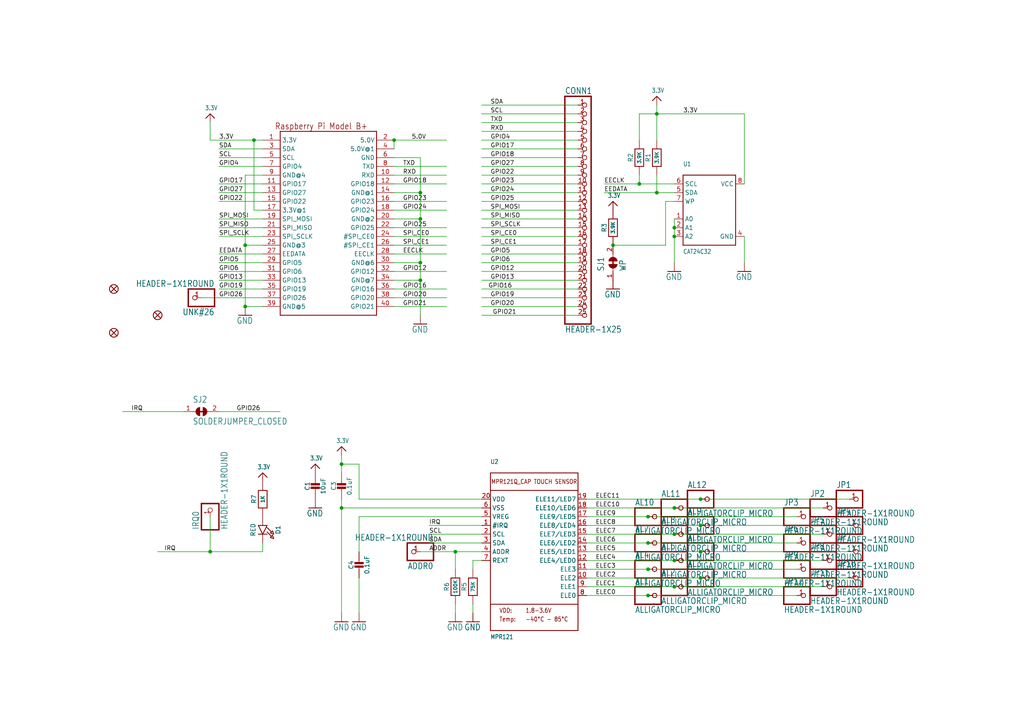
<source format=kicad_sch>
(kicad_sch (version 20211123) (generator eeschema)
  (paper "A4")
  (lib_symbols
    (symbol "schematicEagle-eagle-import:3.3V" (power)
      (property "Value" "3.3V" (at -1.524 1.016 0))
      (symbol "3.3V_1_0"
        (polyline (pts (xy -1.27 -1.27) (xy 0 0)) (stroke (width 0.254)))
        (polyline (pts (xy 0 0) (xy 1.27 -1.27)) (stroke (width 0.254)))
        (pin power_in line (at 0 -2.54 90) (length 2.54) (name "3.3V") (number "1"))
      )
    )
    (symbol "schematicEagle-eagle-import:ALLIGATORCLIP_MICRO"
      (property "Reference" "AL" (at -6.35 3.175 0))
      (property "Value" "ALLIGATORCLIP_MICRO" (at -6.35 -5.08 0))
      (symbol "ALLIGATORCLIP_MICRO_1_0"
        (polyline (pts (xy -6.35 -2.54) (xy 1.27 -2.54)) (stroke (width 0.4064)))
        (polyline (pts (xy -6.35 2.54) (xy -6.35 -2.54)) (stroke (width 0.4064)))
        (polyline (pts (xy 1.27 -2.54) (xy 1.27 2.54)) (stroke (width 0.4064)))
        (polyline (pts (xy 1.27 2.54) (xy -6.35 2.54)) (stroke (width 0.4064)))
        (pin passive inverted (at -2.54 0 0) (length 2.54) (name "1") (number "P$1"))
        (pin passive inverted (at -2.54 0 0) (length 2.54) (name "1") (number "P$2"))
      )
    )
    (symbol "schematicEagle-eagle-import:CAP_CERAMIC0805-NOOUTLINE"
      (property "Reference" "C" (at -2.29 1.25 90))
      (property "Value" "CAP_CERAMIC0805-NOOUTLINE" (at 2.3 1.25 90))
      (symbol "CAP_CERAMIC0805-NOOUTLINE_1_0"
        (rectangle (start -1.27 0.508) (end 1.27 1.016) (fill (type outline)))
        (rectangle (start -1.27 1.524) (end 1.27 2.032) (fill (type outline)))
        (polyline (pts (xy 0 0.762) (xy 0 0)) (stroke (width 0.1524)))
        (polyline (pts (xy 0 2.54) (xy 0 1.778)) (stroke (width 0.1524)))
        (pin passive line (at 0 5.08 270) (length 2.54) (name "1") (number "1"))
        (pin passive line (at 0 -2.54 90) (length 2.54) (name "2") (number "2"))
      )
    )
    (symbol "schematicEagle-eagle-import:EEPROM_I2C_SOIC8_GENERIC"
      (property "Reference" "U" (at -7.62 12.7 0))
      (property "Value" "EEPROM_I2C_SOIC8_GENERIC" (at -7.62 -12.7 0))
      (symbol "EEPROM_I2C_SOIC8_GENERIC_1_0"
        (polyline (pts (xy -7.62 -10.16) (xy -7.62 10.16)) (stroke (width 0.254)))
        (polyline (pts (xy -7.62 10.16) (xy 7.62 10.16)) (stroke (width 0.254)))
        (polyline (pts (xy 7.62 -10.16) (xy -7.62 -10.16)) (stroke (width 0.254)))
        (polyline (pts (xy 7.62 10.16) (xy 7.62 -10.16)) (stroke (width 0.254)))
        (pin input line (at -10.16 -2.54 0) (length 2.54) (name "A0") (number "1"))
        (pin input line (at -10.16 -5.08 0) (length 2.54) (name "A1") (number "2"))
        (pin input line (at -10.16 -7.62 0) (length 2.54) (name "A2") (number "3"))
        (pin power_in line (at 10.16 -7.62 180) (length 2.54) (name "GND") (number "4"))
        (pin bidirectional line (at -10.16 5.08 0) (length 2.54) (name "SDA") (number "5"))
        (pin input line (at -10.16 7.62 0) (length 2.54) (name "SCL") (number "6"))
        (pin input line (at -10.16 2.54 0) (length 2.54) (name "WP") (number "7"))
        (pin power_in line (at 10.16 7.62 180) (length 2.54) (name "VCC") (number "8"))
      )
    )
    (symbol "schematicEagle-eagle-import:FIDUCIAL{dblquote}{dblquote}"
      (symbol "FIDUCIAL{dblquote}{dblquote}_1_0"
        (polyline (pts (xy -0.762 0.762) (xy 0.762 -0.762)) (stroke (width 0.254)))
        (polyline (pts (xy 0.762 0.762) (xy -0.762 -0.762)) (stroke (width 0.254)))
        (circle (center 0 0) (radius 1.27) (stroke (width 0.254)))
      )
    )
    (symbol "schematicEagle-eagle-import:GND" (power)
      (property "Value" "GND" (at -2.54 -2.54 0))
      (symbol "GND_1_0"
        (polyline (pts (xy -1.905 0) (xy 1.905 0)) (stroke (width 0.254)))
        (pin power_in line (at 0 2.54 270) (length 2.54) (name "GND") (number "1"))
      )
    )
    (symbol "schematicEagle-eagle-import:HEADER-1X1ROUND"
      (property "Reference" "JP" (at -6.35 3.175 0))
      (property "Value" "HEADER-1X1ROUND" (at -6.35 -5.08 0))
      (symbol "HEADER-1X1ROUND_1_0"
        (polyline (pts (xy -6.35 -2.54) (xy 1.27 -2.54)) (stroke (width 0.4064)))
        (polyline (pts (xy -6.35 2.54) (xy -6.35 -2.54)) (stroke (width 0.4064)))
        (polyline (pts (xy 1.27 -2.54) (xy 1.27 2.54)) (stroke (width 0.4064)))
        (polyline (pts (xy 1.27 2.54) (xy -6.35 2.54)) (stroke (width 0.4064)))
        (pin passive inverted (at -2.54 0 0) (length 2.54) (name "1") (number "1"))
      )
    )
    (symbol "schematicEagle-eagle-import:HEADER-1X25"
      (property "Reference" "CONN" (at -3.81 33.655 0))
      (property "Value" "HEADER-1X25" (at -3.81 -35.56 0))
      (symbol "HEADER-1X25_1_0"
        (polyline (pts (xy -3.81 -33.02) (xy 3.81 -33.02)) (stroke (width 0.4064)))
        (polyline (pts (xy -3.81 33.02) (xy -3.81 -33.02)) (stroke (width 0.4064)))
        (polyline (pts (xy 3.81 -33.02) (xy 3.81 33.02)) (stroke (width 0.4064)))
        (polyline (pts (xy 3.81 33.02) (xy -3.81 33.02)) (stroke (width 0.4064)))
        (pin passive inverted (at 0 30.48 0) (length 2.54) (name "1") (number "1"))
        (pin passive inverted (at 0 7.62 0) (length 2.54) (name "10") (number "10"))
        (pin passive inverted (at 0 5.08 0) (length 2.54) (name "11") (number "11"))
        (pin passive inverted (at 0 2.54 0) (length 2.54) (name "12") (number "12"))
        (pin passive inverted (at 0 0 0) (length 2.54) (name "13") (number "13"))
        (pin passive inverted (at 0 -2.54 0) (length 2.54) (name "14") (number "14"))
        (pin passive inverted (at 0 -5.08 0) (length 2.54) (name "15") (number "15"))
        (pin passive inverted (at 0 -7.62 0) (length 2.54) (name "16") (number "16"))
        (pin passive inverted (at 0 -10.16 0) (length 2.54) (name "17") (number "17"))
        (pin passive inverted (at 0 -12.7 0) (length 2.54) (name "18") (number "18"))
        (pin passive inverted (at 0 -15.24 0) (length 2.54) (name "19") (number "19"))
        (pin passive inverted (at 0 27.94 0) (length 2.54) (name "2") (number "2"))
        (pin passive inverted (at 0 -17.78 0) (length 2.54) (name "20") (number "20"))
        (pin passive inverted (at 0 -20.32 0) (length 2.54) (name "21") (number "21"))
        (pin passive inverted (at 0 -22.86 0) (length 2.54) (name "22") (number "22"))
        (pin passive inverted (at 0 -25.4 0) (length 2.54) (name "23") (number "23"))
        (pin passive inverted (at 0 -27.94 0) (length 2.54) (name "24") (number "24"))
        (pin passive inverted (at 0 -30.48 0) (length 2.54) (name "25") (number "25"))
        (pin passive inverted (at 0 25.4 0) (length 2.54) (name "3") (number "3"))
        (pin passive inverted (at 0 22.86 0) (length 2.54) (name "4") (number "4"))
        (pin passive inverted (at 0 20.32 0) (length 2.54) (name "5") (number "5"))
        (pin passive inverted (at 0 17.78 0) (length 2.54) (name "6") (number "6"))
        (pin passive inverted (at 0 15.24 0) (length 2.54) (name "7") (number "7"))
        (pin passive inverted (at 0 12.7 0) (length 2.54) (name "8") (number "8"))
        (pin passive inverted (at 0 10.16 0) (length 2.54) (name "9") (number "9"))
      )
    )
    (symbol "schematicEagle-eagle-import:LED0805_NOOUTLINE"
      (property "Reference" "D" (at -1.27 4.445 0))
      (property "Value" "LED0805_NOOUTLINE" (at -1.27 -2.794 0))
      (symbol "LED0805_NOOUTLINE_1_0"
        (polyline (pts (xy -2.54 -1.27) (xy 0 0)) (stroke (width 0.254)))
        (polyline (pts (xy -2.54 1.27) (xy -2.54 -1.27)) (stroke (width 0.254)))
        (polyline (pts (xy -1.905 1.27) (xy -0.635 2.54)) (stroke (width 0.254)))
        (polyline (pts (xy -0.9525 2.8575) (xy -0.3175 2.2225)) (stroke (width 0.254)))
        (polyline (pts (xy -0.635 1.27) (xy 0.635 2.54)) (stroke (width 0.254)))
        (polyline (pts (xy -0.3175 2.2225) (xy 0 3.175)) (stroke (width 0.254)))
        (polyline (pts (xy 0 0) (xy -2.54 1.27)) (stroke (width 0.254)))
        (polyline (pts (xy 0 0) (xy 0 -1.27)) (stroke (width 0.254)))
        (polyline (pts (xy 0 1.27) (xy 0 0)) (stroke (width 0.254)))
        (polyline (pts (xy 0 3.175) (xy -0.9525 2.8575)) (stroke (width 0.254)))
        (polyline (pts (xy 0.3175 2.8575) (xy 0.9525 2.2225)) (stroke (width 0.254)))
        (polyline (pts (xy 0.9525 2.2225) (xy 1.27 3.175)) (stroke (width 0.254)))
        (polyline (pts (xy 1.27 3.175) (xy 0.3175 2.8575)) (stroke (width 0.254)))
        (pin passive line (at -5.08 0 0) (length 2.54) (name "A") (number "A"))
        (pin passive line (at 2.54 0 180) (length 2.54) (name "C") (number "C"))
      )
    )
    (symbol "schematicEagle-eagle-import:MPR121Q"
      (property "Reference" "U" (at -12.7 22.86 0))
      (property "Value" "MPR121Q" (at -12.7 -27.94 0))
      (symbol "MPR121Q_1_0"
        (polyline (pts (xy -12.7 -25.4) (xy 12.7 -25.4)) (stroke (width 0.254)))
        (polyline (pts (xy -12.7 -17.78) (xy -12.7 -25.4)) (stroke (width 0.254)))
        (polyline (pts (xy -12.7 -17.78) (xy -12.7 15.24)) (stroke (width 0.254)))
        (polyline (pts (xy -12.7 15.24) (xy -12.7 20.32)) (stroke (width 0.254)))
        (polyline (pts (xy -12.7 15.24) (xy 12.7 15.24)) (stroke (width 0.254)))
        (polyline (pts (xy -12.7 20.32) (xy 12.7 20.32)) (stroke (width 0.254)))
        (polyline (pts (xy 12.7 -25.4) (xy 12.7 -17.78)) (stroke (width 0.254)))
        (polyline (pts (xy 12.7 -17.78) (xy -12.7 -17.78)) (stroke (width 0.254)))
        (polyline (pts (xy 12.7 15.24) (xy 12.7 -17.78)) (stroke (width 0.254)))
        (polyline (pts (xy 12.7 20.32) (xy 12.7 15.24)) (stroke (width 0.254)))
        (text "-40°C - 85°C" (at -2.54 -22.86 0) (effects (font (size 1.27 1.0795)) (justify left bottom)))
        (text "1.8-3.6V" (at -2.54 -20.32 0) (effects (font (size 1.27 1.0795)) (justify left bottom)))
        (text "MPR121Q_CAP TOUCH SENSOR" (at 0 17.78 0) (effects (font (size 1.27 1.0795))))
        (text "Temp:" (at -10.16 -22.86 0) (effects (font (size 1.27 1.0795)) (justify left bottom)))
        (text "VDD:" (at -10.16 -20.32 0) (effects (font (size 1.27 1.0795)) (justify left bottom)))
        (pin bidirectional line (at -15.24 5.08 0) (length 2.54) (name "#IRQ") (number "1"))
        (pin bidirectional line (at 15.24 -10.16 180) (length 2.54) (name "ELE2") (number "10"))
        (pin bidirectional line (at 15.24 -7.62 180) (length 2.54) (name "ELE3") (number "11"))
        (pin bidirectional line (at 15.24 -5.08 180) (length 2.54) (name "ELE4/LED0") (number "12"))
        (pin bidirectional line (at 15.24 -2.54 180) (length 2.54) (name "ELE5/LED1") (number "13"))
        (pin bidirectional line (at 15.24 0 180) (length 2.54) (name "ELE6/LED2") (number "14"))
        (pin bidirectional line (at 15.24 2.54 180) (length 2.54) (name "ELE7/LED3") (number "15"))
        (pin bidirectional line (at 15.24 5.08 180) (length 2.54) (name "ELE8/LED4") (number "16"))
        (pin bidirectional line (at 15.24 7.62 180) (length 2.54) (name "ELE9/LED5") (number "17"))
        (pin bidirectional line (at 15.24 10.16 180) (length 2.54) (name "ELE10/LED6") (number "18"))
        (pin bidirectional line (at 15.24 12.7 180) (length 2.54) (name "ELE11/LED7") (number "19"))
        (pin bidirectional line (at -15.24 2.54 0) (length 2.54) (name "SCL") (number "2"))
        (pin power_in line (at -15.24 12.7 0) (length 2.54) (name "VDD") (number "20"))
        (pin bidirectional line (at -15.24 0 0) (length 2.54) (name "SDA") (number "3"))
        (pin bidirectional line (at -15.24 -2.54 0) (length 2.54) (name "ADDR") (number "4"))
        (pin bidirectional line (at -15.24 7.62 0) (length 2.54) (name "VREG") (number "5"))
        (pin power_in line (at -15.24 10.16 0) (length 2.54) (name "VSS") (number "6"))
        (pin bidirectional line (at -15.24 -5.08 0) (length 2.54) (name "REXT") (number "7"))
        (pin bidirectional line (at 15.24 -15.24 180) (length 2.54) (name "ELE0") (number "8"))
        (pin bidirectional line (at 15.24 -12.7 180) (length 2.54) (name "ELE1") (number "9"))
      )
    )
    (symbol "schematicEagle-eagle-import:RASPBERRYPI_BPLUS_HATSLOTS"
      (symbol "RASPBERRYPI_BPLUS_HATSLOTS_1_0"
        (polyline (pts (xy -12.7 -30.48) (xy -12.7 22.86)) (stroke (width 0.254)))
        (polyline (pts (xy -12.7 22.86) (xy 15.24 22.86)) (stroke (width 0.254)))
        (polyline (pts (xy 15.24 -30.48) (xy -12.7 -30.48)) (stroke (width 0.254)))
        (polyline (pts (xy 15.24 22.86) (xy 15.24 -30.48)) (stroke (width 0.254)))
        (text "Raspberry Pi Model B+" (at 12.7 25.4 0) (effects (font (size 1.778 1.5113)) (justify right top)))
        (pin power_in line (at -17.78 20.32 0) (length 5.08) (name "3.3V") (number "1"))
        (pin bidirectional line (at 20.32 10.16 180) (length 5.08) (name "RXD") (number "10"))
        (pin bidirectional line (at -17.78 7.62 0) (length 5.08) (name "GPIO17") (number "11"))
        (pin bidirectional line (at 20.32 7.62 180) (length 5.08) (name "GPIO18") (number "12"))
        (pin bidirectional line (at -17.78 5.08 0) (length 5.08) (name "GPIO27") (number "13"))
        (pin power_in line (at 20.32 5.08 180) (length 5.08) (name "GND@1") (number "14"))
        (pin bidirectional line (at -17.78 2.54 0) (length 5.08) (name "GPIO22") (number "15"))
        (pin bidirectional line (at 20.32 2.54 180) (length 5.08) (name "GPIO23") (number "16"))
        (pin power_in line (at -17.78 0 0) (length 5.08) (name "3.3V@1") (number "17"))
        (pin bidirectional line (at 20.32 0 180) (length 5.08) (name "GPIO24") (number "18"))
        (pin bidirectional line (at -17.78 -2.54 0) (length 5.08) (name "SPI_MOSI") (number "19"))
        (pin power_in line (at 20.32 20.32 180) (length 5.08) (name "5.0V") (number "2"))
        (pin power_in line (at 20.32 -2.54 180) (length 5.08) (name "GND@2") (number "20"))
        (pin bidirectional line (at -17.78 -5.08 0) (length 5.08) (name "SPI_MISO") (number "21"))
        (pin bidirectional line (at 20.32 -5.08 180) (length 5.08) (name "GPIO25") (number "22"))
        (pin bidirectional line (at -17.78 -7.62 0) (length 5.08) (name "SPI_SCLK") (number "23"))
        (pin bidirectional line (at 20.32 -7.62 180) (length 5.08) (name "#SPI_CE0") (number "24"))
        (pin power_in line (at -17.78 -10.16 0) (length 5.08) (name "GND@3") (number "25"))
        (pin bidirectional line (at 20.32 -10.16 180) (length 5.08) (name "#SPI_CE1") (number "26"))
        (pin bidirectional line (at -17.78 -12.7 0) (length 5.08) (name "EEDATA") (number "27"))
        (pin power_in line (at 20.32 -12.7 180) (length 5.08) (name "EECLK") (number "28"))
        (pin bidirectional line (at -17.78 -15.24 0) (length 5.08) (name "GPIO5") (number "29"))
        (pin bidirectional line (at -17.78 17.78 0) (length 5.08) (name "SDA") (number "3"))
        (pin bidirectional line (at 20.32 -15.24 180) (length 5.08) (name "GND@6") (number "30"))
        (pin power_in line (at -17.78 -17.78 0) (length 5.08) (name "GPIO6") (number "31"))
        (pin bidirectional line (at 20.32 -17.78 180) (length 5.08) (name "GPIO12") (number "32"))
        (pin bidirectional line (at -17.78 -20.32 0) (length 5.08) (name "GPIO13") (number "33"))
        (pin bidirectional line (at 20.32 -20.32 180) (length 5.08) (name "GND@7") (number "34"))
        (pin bidirectional line (at -17.78 -22.86 0) (length 5.08) (name "GPIO19") (number "35"))
        (pin power_in line (at 20.32 -22.86 180) (length 5.08) (name "GPIO16") (number "36"))
        (pin bidirectional line (at -17.78 -25.4 0) (length 5.08) (name "GPIO26") (number "37"))
        (pin bidirectional line (at 20.32 -25.4 180) (length 5.08) (name "GPIO20") (number "38"))
        (pin power_in line (at -17.78 -27.94 0) (length 5.08) (name "GND@5") (number "39"))
        (pin power_in line (at 20.32 17.78 180) (length 5.08) (name "5.0V@1") (number "4"))
        (pin bidirectional line (at 20.32 -27.94 180) (length 5.08) (name "GPIO21") (number "40"))
        (pin bidirectional line (at -17.78 15.24 0) (length 5.08) (name "SCL") (number "5"))
        (pin power_in line (at 20.32 15.24 180) (length 5.08) (name "GND") (number "6"))
        (pin bidirectional line (at -17.78 12.7 0) (length 5.08) (name "GPIO4") (number "7"))
        (pin output line (at 20.32 12.7 180) (length 5.08) (name "TXD") (number "8"))
        (pin power_in line (at -17.78 10.16 0) (length 5.08) (name "GND@4") (number "9"))
      )
    )
    (symbol "schematicEagle-eagle-import:RESISTOR0805_NOOUTLINE"
      (property "Reference" "R" (at 0 2.54 0))
      (property "Value" "RESISTOR0805_NOOUTLINE" (at 0 0 0))
      (symbol "RESISTOR0805_NOOUTLINE_1_0"
        (polyline (pts (xy -2.54 -1.27) (xy -2.54 1.27)) (stroke (width 0.254)))
        (polyline (pts (xy -2.54 1.27) (xy 2.54 1.27)) (stroke (width 0.254)))
        (polyline (pts (xy 2.54 -1.27) (xy -2.54 -1.27)) (stroke (width 0.254)))
        (polyline (pts (xy 2.54 1.27) (xy 2.54 -1.27)) (stroke (width 0.254)))
        (pin passive line (at -5.08 0 0) (length 2.54) (name "1") (number "1"))
        (pin passive line (at 5.08 0 180) (length 2.54) (name "2") (number "2"))
      )
    )
    (symbol "schematicEagle-eagle-import:SOLDERJUMPER_CLOSED"
      (property "Reference" "SJ" (at -2.54 2.54 0))
      (property "Value" "SOLDERJUMPER_CLOSED" (at -2.54 -3.81 0))
      (symbol "SOLDERJUMPER_CLOSED_1_0"
        (arc (start -0.381 1.2699) (mid -1.6508 0) (end -0.381 -1.2699) (stroke (width 0.0001)) (fill (type outline)))
        (polyline (pts (xy -2.54 0) (xy -1.651 0)) (stroke (width 0.1524)))
        (polyline (pts (xy -0.635 0) (xy 0.635 0)) (stroke (width 0.4064)))
        (polyline (pts (xy 2.54 0) (xy 1.651 0)) (stroke (width 0.1524)))
        (arc (start 0.381 -1.2699) (mid 1.6508 0) (end 0.381 1.2699) (stroke (width 0.0001)) (fill (type outline)))
        (pin passive line (at -5.08 0 0) (length 2.54) (name "1") (number "1"))
        (pin passive line (at 5.08 0 180) (length 2.54) (name "2") (number "2"))
      )
    )
  )
  (junction (at 185.42 53.34))
  (junction (at 177.8 71.12))
  (junction (at 203.2 152.4))
  (junction (at 195.58 170.18))
  (junction (at 203.2 160.02))
  (junction (at 195.58 162.56))
  (junction (at 60.96 160.02))
  (junction (at 195.58 147.32))
  (junction (at 190.5 55.88))
  (junction (at 121.92 55.88))
  (junction (at 203.2 144.78))
  (junction (at 190.5 33.02))
  (junction (at 99.06 147.32))
  (junction (at 71.12 88.9))
  (junction (at 132.08 160.02))
  (junction (at 121.92 63.5))
  (junction (at 187.96 172.72))
  (junction (at 121.92 76.2))
  (junction (at 187.96 165.1))
  (junction (at 203.2 167.64))
  (junction (at 187.96 157.48))
  (junction (at 187.96 149.86))
  (junction (at 114.3 40.64))
  (junction (at 195.58 154.94))
  (junction (at 195.58 68.58))
  (junction (at 121.92 81.28))
  (junction (at 71.12 71.12))
  (junction (at 195.58 66.04))
  (junction (at 99.06 134.62))
  (junction (at 73.66 40.64))
  (wire (pts (xy 238.76 147.32) (xy 195.58 147.32)))
  (wire (pts (xy 195.58 154.94) (xy 238.76 154.94)))
  (wire (pts (xy 139.7 33.02) (xy 167.64 33.02)))
  (wire (pts (xy 73.66 60.96) (xy 76.2 60.96)))
  (wire (pts (xy 104.14 134.62) (xy 99.06 134.62)))
  (wire (pts (xy 58.42 86.36) (xy 76.2 86.36)))
  (wire (pts (xy 139.7 162.56) (xy 137.16 162.56)))
  (wire (pts (xy 114.3 86.36) (xy 129.54 86.36)))
  (wire (pts (xy 73.66 60.96) (xy 73.66 40.64)))
  (wire (pts (xy 76.2 58.42) (xy 63.5 58.42)))
  (wire (pts (xy 167.64 88.9) (xy 139.7 88.9)))
  (wire (pts (xy 139.7 152.4) (xy 124.46 152.4)))
  (wire (pts (xy 139.7 157.48) (xy 124.46 157.48)))
  (wire (pts (xy 114.3 58.42) (xy 129.54 58.42)))
  (wire (pts (xy 170.18 144.78) (xy 203.2 144.78)))
  (wire (pts (xy 139.7 154.94) (xy 124.46 154.94)))
  (wire (pts (xy 167.64 68.58) (xy 139.7 68.58)))
  (wire (pts (xy 63.5 66.04) (xy 76.2 66.04)))
  (wire (pts (xy 71.12 50.8) (xy 76.2 50.8)))
  (wire (pts (xy 203.2 167.64) (xy 246.38 167.64)))
  (wire (pts (xy 139.7 160.02) (xy 132.08 160.02)))
  (wire (pts (xy 215.9 53.34) (xy 215.9 33.02)))
  (wire (pts (xy 139.7 144.78) (xy 104.14 144.78)))
  (wire (pts (xy 63.5 119.38) (xy 81.28 119.38)))
  (wire (pts (xy 114.3 53.34) (xy 129.54 53.34)))
  (wire (pts (xy 167.64 30.48) (xy 139.7 30.48)))
  (wire (pts (xy 167.64 63.5) (xy 139.7 63.5)))
  (wire (pts (xy 137.16 175.26) (xy 137.16 177.8)))
  (wire (pts (xy 121.92 81.28) (xy 121.92 91.44)))
  (wire (pts (xy 195.58 53.34) (xy 185.42 53.34)))
  (wire (pts (xy 190.5 50.8) (xy 190.5 55.88)))
  (wire (pts (xy 167.64 35.56) (xy 139.7 35.56)))
  (wire (pts (xy 114.3 73.66) (xy 129.54 73.66)))
  (wire (pts (xy 76.2 48.26) (xy 63.5 48.26)))
  (wire (pts (xy 132.08 175.26) (xy 132.08 177.8)))
  (wire (pts (xy 215.9 33.02) (xy 190.5 33.02)))
  (wire (pts (xy 73.66 40.64) (xy 60.96 40.64)))
  (wire (pts (xy 114.3 63.5) (xy 121.92 63.5)))
  (wire (pts (xy 114.3 43.18) (xy 114.3 40.64)))
  (wire (pts (xy 238.76 170.18) (xy 195.58 170.18)))
  (wire (pts (xy 195.58 63.5) (xy 195.58 66.04)))
  (wire (pts (xy 114.3 81.28) (xy 121.92 81.28)))
  (wire (pts (xy 195.58 68.58) (xy 195.58 76.2)))
  (wire (pts (xy 114.3 88.9) (xy 129.54 88.9)))
  (wire (pts (xy 71.12 71.12) (xy 76.2 71.12)))
  (wire (pts (xy 63.5 68.58) (xy 76.2 68.58)))
  (wire (pts (xy 114.3 83.82) (xy 129.54 83.82)))
  (wire (pts (xy 215.9 68.58) (xy 215.9 76.2)))
  (wire (pts (xy 177.8 71.12) (xy 193.04 71.12)))
  (wire (pts (xy 167.64 58.42) (xy 139.7 58.42)))
  (wire (pts (xy 121.92 55.88) (xy 121.92 63.5)))
  (wire (pts (xy 60.96 40.64) (xy 60.96 35.56)))
  (wire (pts (xy 167.64 78.74) (xy 139.7 78.74)))
  (wire (pts (xy 139.7 149.86) (xy 104.14 149.86)))
  (wire (pts (xy 170.18 170.18) (xy 195.58 170.18)))
  (wire (pts (xy 170.18 162.56) (xy 195.58 162.56)))
  (wire (pts (xy 139.7 55.88) (xy 167.64 55.88)))
  (wire (pts (xy 195.58 66.04) (xy 195.58 68.58)))
  (wire (pts (xy 170.18 157.48) (xy 187.96 157.48)))
  (wire (pts (xy 71.12 71.12) (xy 71.12 88.9)))
  (wire (pts (xy 246.38 152.4) (xy 203.2 152.4)))
  (wire (pts (xy 114.3 55.88) (xy 121.92 55.88)))
  (wire (pts (xy 167.64 73.66) (xy 139.7 73.66)))
  (wire (pts (xy 238.76 162.56) (xy 195.58 162.56)))
  (wire (pts (xy 167.64 53.34) (xy 139.7 53.34)))
  (wire (pts (xy 71.12 71.12) (xy 71.12 50.8)))
  (wire (pts (xy 132.08 160.02) (xy 132.08 165.1)))
  (wire (pts (xy 139.7 60.96) (xy 167.64 60.96)))
  (wire (pts (xy 114.3 78.74) (xy 129.54 78.74)))
  (wire (pts (xy 190.5 30.48) (xy 190.5 33.02)))
  (wire (pts (xy 203.2 160.02) (xy 246.38 160.02)))
  (wire (pts (xy 63.5 76.2) (xy 76.2 76.2)))
  (wire (pts (xy 121.92 76.2) (xy 121.92 81.28)))
  (wire (pts (xy 104.14 144.78) (xy 104.14 134.62)))
  (wire (pts (xy 139.7 45.72) (xy 167.64 45.72)))
  (wire (pts (xy 63.5 78.74) (xy 76.2 78.74)))
  (wire (pts (xy 139.7 43.18) (xy 167.64 43.18)))
  (wire (pts (xy 63.5 55.88) (xy 76.2 55.88)))
  (wire (pts (xy 76.2 40.64) (xy 73.66 40.64)))
  (wire (pts (xy 114.3 48.26) (xy 129.54 48.26)))
  (wire (pts (xy 99.06 137.16) (xy 99.06 134.62)))
  (wire (pts (xy 76.2 43.18) (xy 63.5 43.18)))
  (wire (pts (xy 114.3 40.64) (xy 129.54 40.64)))
  (wire (pts (xy 170.18 165.1) (xy 187.96 165.1)))
  (wire (pts (xy 99.06 147.32) (xy 99.06 177.8)))
  (wire (pts (xy 121.92 45.72) (xy 121.92 55.88)))
  (wire (pts (xy 76.2 160.02) (xy 60.96 160.02)))
  (wire (pts (xy 185.42 50.8) (xy 185.42 53.34)))
  (wire (pts (xy 114.3 66.04) (xy 129.54 66.04)))
  (wire (pts (xy 170.18 167.64) (xy 203.2 167.64)))
  (wire (pts (xy 104.14 167.64) (xy 104.14 177.8)))
  (wire (pts (xy 114.3 45.72) (xy 121.92 45.72)))
  (wire (pts (xy 60.96 160.02) (xy 45.72 160.02)))
  (wire (pts (xy 167.64 83.82) (xy 139.7 83.82)))
  (wire (pts (xy 187.96 149.86) (xy 231.14 149.86)))
  (wire (pts (xy 231.14 157.48) (xy 187.96 157.48)))
  (wire (pts (xy 114.3 76.2) (xy 121.92 76.2)))
  (wire (pts (xy 76.2 88.9) (xy 71.12 88.9)))
  (wire (pts (xy 139.7 81.28) (xy 167.64 81.28)))
  (wire (pts (xy 185.42 33.02) (xy 185.42 40.64)))
  (wire (pts (xy 76.2 53.34) (xy 63.5 53.34)))
  (wire (pts (xy 139.7 91.44) (xy 167.64 91.44)))
  (wire (pts (xy 76.2 160.02) (xy 76.2 157.48)))
  (wire (pts (xy 139.7 66.04) (xy 167.64 66.04)))
  (wire (pts (xy 60.96 149.86) (xy 60.96 160.02)))
  (wire (pts (xy 63.5 83.82) (xy 76.2 83.82)))
  (wire (pts (xy 170.18 154.94) (xy 195.58 154.94)))
  (wire (pts (xy 193.04 58.42) (xy 195.58 58.42)))
  (wire (pts (xy 76.2 73.66) (xy 63.5 73.66)))
  (wire (pts (xy 63.5 81.28) (xy 76.2 81.28)))
  (wire (pts (xy 99.06 134.62) (xy 99.06 132.08)))
  (wire (pts (xy 121.92 63.5) (xy 121.92 76.2)))
  (wire (pts (xy 175.26 55.88) (xy 190.5 55.88)))
  (wire (pts (xy 104.14 149.86) (xy 104.14 160.02)))
  (wire (pts (xy 190.5 33.02) (xy 185.42 33.02)))
  (wire (pts (xy 76.2 45.72) (xy 63.5 45.72)))
  (wire (pts (xy 170.18 149.86) (xy 187.96 149.86)))
  (wire (pts (xy 63.5 63.5) (xy 76.2 63.5)))
  (wire (pts (xy 170.18 172.72) (xy 187.96 172.72)))
  (wire (pts (xy 132.08 160.02) (xy 121.92 160.02)))
  (wire (pts (xy 170.18 147.32) (xy 195.58 147.32)))
  (wire (pts (xy 99.06 144.78) (xy 99.06 147.32)))
  (wire (pts (xy 114.3 71.12) (xy 129.54 71.12)))
  (wire (pts (xy 139.7 147.32) (xy 99.06 147.32)))
  (wire (pts (xy 187.96 172.72) (xy 231.14 172.72)))
  (wire (pts (xy 190.5 40.64) (xy 190.5 33.02)))
  (wire (pts (xy 53.34 119.38) (xy 35.56 119.38)))
  (wire (pts (xy 190.5 55.88) (xy 195.58 55.88)))
  (wire (pts (xy 167.64 40.64) (xy 139.7 40.64)))
  (wire (pts (xy 139.7 38.1) (xy 167.64 38.1)))
  (wire (pts (xy 193.04 71.12) (xy 193.04 58.42)))
  (wire (pts (xy 129.54 50.8) (xy 114.3 50.8)))
  (wire (pts (xy 137.16 162.56) (xy 137.16 165.1)))
  (wire (pts (xy 139.7 71.12) (xy 167.64 71.12)))
  (wire (pts (xy 139.7 86.36) (xy 167.64 86.36)))
  (wire (pts (xy 231.14 165.1) (xy 187.96 165.1)))
  (wire (pts (xy 170.18 152.4) (xy 203.2 152.4)))
  (wire (pts (xy 170.18 160.02) (xy 203.2 160.02)))
  (wire (pts (xy 167.64 48.26) (xy 139.7 48.26)))
  (wire (pts (xy 139.7 50.8) (xy 167.64 50.8)))
  (wire (pts (xy 114.3 68.58) (xy 129.54 68.58)))
  (wire (pts (xy 203.2 144.78) (xy 246.38 144.78)))
  (wire (pts (xy 114.3 60.96) (xy 129.54 60.96)))
  (wire (pts (xy 185.42 53.34) (xy 175.26 53.34)))
  (wire (pts (xy 139.7 76.2) (xy 167.64 76.2)))
  (label "GPIO23" (at 142.24 53.34 0) (effects (font (size 1.2446 1.2446))))
  (label "ELEC0" (at 172.72 172.72 0) (effects (font (size 1.2446 1.2446))))
  (label "GPIO25" (at 142.24 58.42 0) (effects (font (size 1.2446 1.2446))))
  (label "GPIO4" (at 142.24 40.64 0) (effects (font (size 1.2446 1.2446))))
  (label "SDA" (at 63.5 43.18 0) (effects (font (size 1.2446 1.2446))))
  (label "EECLK" (at 116.84 73.66 0) (effects (font (size 1.2446 1.2446))))
  (label "IRQ" (at 38.1 119.38 0) (effects (font (size 1.2446 1.2446))))
  (label "GPIO21" (at 142.875 91.44 0) (effects (font (size 1.2446 1.2446))))
  (label "SPI_MISO" (at 63.5 66.04 0) (effects (font (size 1.2446 1.2446))))
  (label "SDA" (at 124.46 157.48 0) (effects (font (size 1.2446 1.2446))))
  (label "GPIO22" (at 63.5 58.42 0) (effects (font (size 1.2446 1.2446))))
  (label "GPIO13" (at 63.5 81.28 0) (effects (font (size 1.2446 1.2446))))
  (label "RXD" (at 116.84 50.8 0) (effects (font (size 1.2446 1.2446))))
  (label "SPI_CE0" (at 142.24 68.58 0) (effects (font (size 1.2446 1.2446))))
  (label "GPIO24" (at 142.24 55.88 0) (effects (font (size 1.2446 1.2446))))
  (label "TXD" (at 142.24 35.56 0) (effects (font (size 1.2446 1.2446))))
  (label "GPIO18" (at 142.24 45.72 0) (effects (font (size 1.2446 1.2446))))
  (label "ELEC3" (at 172.72 165.1 0) (effects (font (size 1.2446 1.2446))))
  (label "ELEC1" (at 172.72 170.18 0) (effects (font (size 1.2446 1.2446))))
  (label "GPIO19" (at 142.24 86.36 0) (effects (font (size 1.2446 1.2446))))
  (label "GPIO17" (at 63.5 53.34 0) (effects (font (size 1.2446 1.2446))))
  (label "ELEC10" (at 172.72 147.32 0) (effects (font (size 1.2446 1.2446))))
  (label "GPIO16" (at 116.84 83.82 0) (effects (font (size 1.2446 1.2446))))
  (label "3.3V" (at 63.5 40.64 0) (effects (font (size 1.2446 1.2446))))
  (label "GPIO20" (at 116.84 86.36 0) (effects (font (size 1.2446 1.2446))))
  (label "GPIO12" (at 116.84 78.74 0) (effects (font (size 1.2446 1.2446))))
  (label "IRQ" (at 47.625 160.02 0) (effects (font (size 1.2446 1.2446))))
  (label "GPIO19" (at 63.5 83.82 0) (effects (font (size 1.2446 1.2446))))
  (label "ADDR" (at 124.46 160.02 0) (effects (font (size 1.2446 1.2446))))
  (label "GPIO17" (at 142.24 43.18 0) (effects (font (size 1.2446 1.2446))))
  (label "ELEC4" (at 172.72 162.56 0) (effects (font (size 1.2446 1.2446))))
  (label "SPI_CE0" (at 116.84 68.58 0) (effects (font (size 1.2446 1.2446))))
  (label "SCL" (at 142.24 33.02 0) (effects (font (size 1.2446 1.2446))))
  (label "ELEC11" (at 172.72 144.78 0) (effects (font (size 1.2446 1.2446))))
  (label "GPIO21" (at 116.84 88.9 0) (effects (font (size 1.2446 1.2446))))
  (label "GPIO4" (at 63.5 48.26 0) (effects (font (size 1.2446 1.2446))))
  (label "SPI_SCLK" (at 63.5 68.58 0) (effects (font (size 1.2446 1.2446))))
  (label "GPIO16" (at 141.605 83.82 0) (effects (font (size 1.2446 1.2446))))
  (label "SPI_MOSI" (at 142.24 60.96 0) (effects (font (size 1.2446 1.2446))))
  (label "ELEC8" (at 172.72 152.4 0) (effects (font (size 1.2446 1.2446))))
  (label "SCL" (at 124.46 154.94 0) (effects (font (size 1.2446 1.2446))))
  (label "GPIO12" (at 142.24 78.74 0) (effects (font (size 1.2446 1.2446))))
  (label "GPIO26" (at 63.5 86.36 0) (effects (font (size 1.2446 1.2446))))
  (label "SPI_SCLK" (at 142.24 66.04 0) (effects (font (size 1.2446 1.2446))))
  (label "SDA" (at 142.24 30.48 0) (effects (font (size 1.2446 1.2446))))
  (label "EEDATA" (at 63.5 73.66 0) (effects (font (size 1.2446 1.2446))))
  (label "GPIO6" (at 63.5 78.74 0) (effects (font (size 1.2446 1.2446))))
  (label "3.3V" (at 198.12 33.02 0) (effects (font (size 1.2446 1.2446))))
  (label "GPIO25" (at 116.84 66.04 0) (effects (font (size 1.2446 1.2446))))
  (label "ELEC5" (at 172.72 160.02 0) (effects (font (size 1.2446 1.2446))))
  (label "GPIO27" (at 63.5 55.88 0) (effects (font (size 1.2446 1.2446))))
  (label "SPI_MISO" (at 142.24 63.5 0) (effects (font (size 1.2446 1.2446))))
  (label "GPIO27" (at 142.24 48.26 0) (effects (font (size 1.2446 1.2446))))
  (label "GPIO23" (at 116.84 58.42 0) (effects (font (size 1.2446 1.2446))))
  (label "ELEC7" (at 172.72 154.94 0) (effects (font (size 1.2446 1.2446))))
  (label "ELEC6" (at 172.72 157.48 0) (effects (font (size 1.2446 1.2446))))
  (label "GPIO26" (at 68.58 119.38 0) (effects (font (size 1.2446 1.2446))))
  (label "ELEC9" (at 172.72 149.86 0) (effects (font (size 1.2446 1.2446))))
  (label "GPIO5" (at 142.24 73.66 0) (effects (font (size 1.2446 1.2446))))
  (label "SCL" (at 63.5 45.72 0) (effects (font (size 1.2446 1.2446))))
  (label "SPI_CE1" (at 116.84 71.12 0) (effects (font (size 1.2446 1.2446))))
  (label "GPIO18" (at 116.84 53.34 0) (effects (font (size 1.2446 1.2446))))
  (label "GPIO6" (at 142.24 76.2 0) (effects (font (size 1.2446 1.2446))))
  (label "GPIO5" (at 63.5 76.2 0) (effects (font (size 1.2446 1.2446))))
  (label "TXD" (at 116.84 48.26 0) (effects (font (size 1.2446 1.2446))))
  (label "RXD" (at 142.24 38.1 0) (effects (font (size 1.2446 1.2446))))
  (label "GPIO13" (at 142.24 81.28 0) (effects (font (size 1.2446 1.2446))))
  (label "GPIO22" (at 142.24 50.8 0) (effects (font (size 1.2446 1.2446))))
  (label "5.0V" (at 119.38 40.64 0) (effects (font (size 1.2446 1.2446))))
  (label "GPIO24" (at 116.84 60.96 0) (effects (font (size 1.2446 1.2446))))
  (label "IRQ" (at 124.46 152.4 0) (effects (font (size 1.2446 1.2446))))
  (label "SPI_CE1" (at 142.24 71.12 0) (effects (font (size 1.2446 1.2446))))
  (label "EECLK" (at 175.26 53.34 0) (effects (font (size 1.2446 1.2446))))
  (label "SPI_MOSI" (at 63.5 63.5 0) (effects (font (size 1.2446 1.2446))))
  (label "GPIO20" (at 142.24 88.9 0) (effects (font (size 1.2446 1.2446))))
  (label "ELEC2" (at 172.72 167.64 0) (effects (font (size 1.2446 1.2446))))
  (label "EEDATA" (at 175.26 55.88 0) (effects (font (size 1.2446 1.2446))))
  (symbol (lib_id "schematicEagle-eagle-import:RESISTOR0805_NOOUTLINE") (at 132.08 170.18 90) (unit 1)
    (property "Reference" "R6" (at 129.54 170.18 0))
    (property "Value" "100K" (at 132.08 170.18 0) (effects (font (size 1.016 1.016) bold)))
    (property "Footprint" "schematicEagle:0805-NO" (effects hide))
  )
  (symbol (lib_id "schematicEagle-eagle-import:3.3V") (at 60.96 33.02 0) (unit 1)
    (property "Reference" "#U$13" (effects hide))
    (property "Value" "3.3V" (at 59.436 32.004 0) (effects (font (size 1.27 1.0795)) (justify left bottom)))
    (property "Footprint" "schematicEagle:" (effects hide))
  )
  (symbol (lib_id "schematicEagle-eagle-import:ALLIGATORCLIP_MICRO") (at 205.74 160.02 0) (unit 1)
    (property "Reference" "AL6" (at 199.39 156.845 0) (effects (font (size 1.778 1.5113)) (justify left bottom)))
    (property "Value" "ALLIGATORCLIP_MICRO" (at 199.39 165.1 0) (effects (font (size 1.778 1.5113)) (justify left bottom)))
    (property "Footprint" "schematicEagle:ALLIGATORCLIP" (effects hide))
  )
  (symbol (lib_id "schematicEagle-eagle-import:RESISTOR0805_NOOUTLINE") (at 76.2 144.78 90) (unit 1)
    (property "Reference" "R7" (at 73.66 144.78 0))
    (property "Value" "1K" (at 76.2 144.78 0) (effects (font (size 1.016 1.016) bold)))
    (property "Footprint" "schematicEagle:0805-NO" (effects hide))
  )
  (symbol (lib_id "schematicEagle-eagle-import:HEADER-1X25") (at 167.64 60.96 0) (unit 1)
    (property "Reference" "CONN1" (at 163.83 27.305 0) (effects (font (size 1.778 1.5113)) (justify left bottom)))
    (property "Value" "HEADER-1X25" (at 163.83 96.52 0) (effects (font (size 1.778 1.5113)) (justify left bottom)))
    (property "Footprint" "schematicEagle:1X25_ROUND_70MIL" (effects hide))
  )
  (symbol (lib_id "schematicEagle-eagle-import:ALLIGATORCLIP_MICRO") (at 198.12 162.56 0) (unit 1)
    (property "Reference" "AL5" (at 191.77 159.385 0) (effects (font (size 1.778 1.5113)) (justify left bottom)))
    (property "Value" "ALLIGATORCLIP_MICRO" (at 191.77 167.64 0) (effects (font (size 1.778 1.5113)) (justify left bottom)))
    (property "Footprint" "schematicEagle:ALLIGATORCLIP" (effects hide))
  )
  (symbol (lib_id "schematicEagle-eagle-import:GND") (at 91.44 147.32 0) (unit 1)
    (property "Reference" "#GND6" (effects hide))
    (property "Value" "GND" (at 88.9 149.86 0) (effects (font (size 1.778 1.5113)) (justify left bottom)))
    (property "Footprint" "schematicEagle:" (effects hide))
  )
  (symbol (lib_id "schematicEagle-eagle-import:HEADER-1X1ROUND") (at 233.68 172.72 0) (unit 1)
    (property "Reference" "JP12" (at 227.33 169.545 0) (effects (font (size 1.778 1.5113)) (justify left bottom)))
    (property "Value" "HEADER-1X1ROUND" (at 227.33 177.8 0) (effects (font (size 1.778 1.5113)) (justify left bottom)))
    (property "Footprint" "schematicEagle:1X01_ROUND" (effects hide))
  )
  (symbol (lib_id "schematicEagle-eagle-import:3.3V") (at 177.8 58.42 0) (unit 1)
    (property "Reference" "#U$15" (effects hide))
    (property "Value" "3.3V" (at 176.276 57.404 0) (effects (font (size 1.27 1.0795)) (justify left bottom)))
    (property "Footprint" "schematicEagle:" (effects hide))
  )
  (symbol (lib_id "schematicEagle-eagle-import:CAP_CERAMIC0805-NOOUTLINE") (at 104.14 165.1 0) (unit 1)
    (property "Reference" "C4" (at 101.85 163.85 90))
    (property "Value" "0.1uF" (at 106.44 163.85 90))
    (property "Footprint" "schematicEagle:0805-NO" (effects hide))
  )
  (symbol (lib_id "schematicEagle-eagle-import:ALLIGATORCLIP_MICRO") (at 205.74 167.64 0) (unit 1)
    (property "Reference" "AL3" (at 199.39 164.465 0) (effects (font (size 1.778 1.5113)) (justify left bottom)))
    (property "Value" "ALLIGATORCLIP_MICRO" (at 199.39 172.72 0) (effects (font (size 1.778 1.5113)) (justify left bottom)))
    (property "Footprint" "schematicEagle:ALLIGATORCLIP" (effects hide))
  )
  (symbol (lib_id "schematicEagle-eagle-import:GND") (at 137.16 180.34 0) (unit 1)
    (property "Reference" "#U$4" (effects hide))
    (property "Value" "GND" (at 134.62 182.88 0) (effects (font (size 1.778 1.5113)) (justify left bottom)))
    (property "Footprint" "schematicEagle:" (effects hide))
  )
  (symbol (lib_id "schematicEagle-eagle-import:FIDUCIAL{dblquote}{dblquote}") (at 33.02 83.82 0) (unit 1)
    (property "Reference" "FID1" (effects hide))
    (property "Value" "FIDUCIAL{dblquote}{dblquote}" (effects hide))
    (property "Footprint" "schematicEagle:FIDUCIAL_1MM" (effects hide))
  )
  (symbol (lib_id "schematicEagle-eagle-import:SOLDERJUMPER_CLOSED") (at 177.8 76.2 90) (unit 1)
    (property "Reference" "SJ1" (at 175.26 78.74 0) (effects (font (size 1.778 1.5113)) (justify left bottom)))
    (property "Value" "WP" (at 181.61 78.74 0) (effects (font (size 1.778 1.5113)) (justify left bottom)))
    (property "Footprint" "schematicEagle:SOLDERJUMPER_CLOSEDWIRE" (effects hide))
  )
  (symbol (lib_id "schematicEagle-eagle-import:CAP_CERAMIC0805-NOOUTLINE") (at 99.06 142.24 0) (unit 1)
    (property "Reference" "C3" (at 96.77 140.99 90))
    (property "Value" "0.1uF" (at 101.36 140.99 90))
    (property "Footprint" "schematicEagle:0805-NO" (effects hide))
  )
  (symbol (lib_id "schematicEagle-eagle-import:3.3V") (at 91.44 134.62 0) (unit 1)
    (property "Reference" "#U$8" (effects hide))
    (property "Value" "3.3V" (at 89.916 133.604 0) (effects (font (size 1.27 1.0795)) (justify left bottom)))
    (property "Footprint" "schematicEagle:" (effects hide))
  )
  (symbol (lib_id "schematicEagle-eagle-import:GND") (at 132.08 180.34 0) (unit 1)
    (property "Reference" "#U$7" (effects hide))
    (property "Value" "GND" (at 129.54 182.88 0) (effects (font (size 1.778 1.5113)) (justify left bottom)))
    (property "Footprint" "schematicEagle:" (effects hide))
  )
  (symbol (lib_id "schematicEagle-eagle-import:HEADER-1X1ROUND") (at 233.68 149.86 0) (unit 1)
    (property "Reference" "JP3" (at 227.33 146.685 0) (effects (font (size 1.778 1.5113)) (justify left bottom)))
    (property "Value" "HEADER-1X1ROUND" (at 227.33 154.94 0) (effects (font (size 1.778 1.5113)) (justify left bottom)))
    (property "Footprint" "schematicEagle:1X01_ROUND" (effects hide))
  )
  (symbol (lib_id "schematicEagle-eagle-import:GND") (at 104.14 180.34 0) (unit 1)
    (property "Reference" "#U$3" (effects hide))
    (property "Value" "GND" (at 101.6 182.88 0) (effects (font (size 1.778 1.5113)) (justify left bottom)))
    (property "Footprint" "schematicEagle:" (effects hide))
  )
  (symbol (lib_id "schematicEagle-eagle-import:ALLIGATORCLIP_MICRO") (at 198.12 147.32 0) (unit 1)
    (property "Reference" "AL11" (at 191.77 144.145 0) (effects (font (size 1.778 1.5113)) (justify left bottom)))
    (property "Value" "ALLIGATORCLIP_MICRO" (at 191.77 152.4 0) (effects (font (size 1.778 1.5113)) (justify left bottom)))
    (property "Footprint" "schematicEagle:ALLIGATORCLIP" (effects hide))
  )
  (symbol (lib_id "schematicEagle-eagle-import:ALLIGATORCLIP_MICRO") (at 190.5 165.1 0) (unit 1)
    (property "Reference" "AL4" (at 184.15 161.925 0) (effects (font (size 1.778 1.5113)) (justify left bottom)))
    (property "Value" "ALLIGATORCLIP_MICRO" (at 184.15 170.18 0) (effects (font (size 1.778 1.5113)) (justify left bottom)))
    (property "Footprint" "schematicEagle:ALLIGATORCLIP" (effects hide))
  )
  (symbol (lib_id "schematicEagle-eagle-import:HEADER-1X1ROUND") (at 241.3 162.56 0) (unit 1)
    (property "Reference" "JP8" (at 234.95 159.385 0) (effects (font (size 1.778 1.5113)) (justify left bottom)))
    (property "Value" "HEADER-1X1ROUND" (at 234.95 167.64 0) (effects (font (size 1.778 1.5113)) (justify left bottom)))
    (property "Footprint" "schematicEagle:1X01_ROUND" (effects hide))
  )
  (symbol (lib_id "schematicEagle-eagle-import:GND") (at 195.58 78.74 0) (unit 1)
    (property "Reference" "#GND3" (effects hide))
    (property "Value" "GND" (at 193.04 81.28 0) (effects (font (size 1.778 1.5113)) (justify left bottom)))
    (property "Footprint" "schematicEagle:" (effects hide))
  )
  (symbol (lib_id "schematicEagle-eagle-import:ALLIGATORCLIP_MICRO") (at 198.12 154.94 0) (unit 1)
    (property "Reference" "AL8" (at 191.77 151.765 0) (effects (font (size 1.778 1.5113)) (justify left bottom)))
    (property "Value" "ALLIGATORCLIP_MICRO" (at 191.77 160.02 0) (effects (font (size 1.778 1.5113)) (justify left bottom)))
    (property "Footprint" "schematicEagle:ALLIGATORCLIP" (effects hide))
  )
  (symbol (lib_id "schematicEagle-eagle-import:HEADER-1X1ROUND") (at 248.92 152.4 0) (unit 1)
    (property "Reference" "JP4" (at 242.57 149.225 0) (effects (font (size 1.778 1.5113)) (justify left bottom)))
    (property "Value" "HEADER-1X1ROUND" (at 242.57 157.48 0) (effects (font (size 1.778 1.5113)) (justify left bottom)))
    (property "Footprint" "schematicEagle:1X01_ROUND" (effects hide))
  )
  (symbol (lib_id "schematicEagle-eagle-import:EEPROM_I2C_SOIC8_GENERIC") (at 205.74 60.96 0) (unit 1)
    (property "Reference" "U1" (at 198.12 48.26 0) (effects (font (size 1.27 1.0795)) (justify left bottom)))
    (property "Value" "CAT24C32" (at 198.12 73.66 0) (effects (font (size 1.27 1.0795)) (justify left bottom)))
    (property "Footprint" "schematicEagle:SOIC8_150MIL" (effects hide))
  )
  (symbol (lib_id "schematicEagle-eagle-import:GND") (at 215.9 78.74 0) (unit 1)
    (property "Reference" "#GND4" (effects hide))
    (property "Value" "GND" (at 213.36 81.28 0) (effects (font (size 1.778 1.5113)) (justify left bottom)))
    (property "Footprint" "schematicEagle:" (effects hide))
  )
  (symbol (lib_id "schematicEagle-eagle-import:RESISTOR0805_NOOUTLINE") (at 137.16 170.18 90) (unit 1)
    (property "Reference" "R5" (at 134.62 170.18 0))
    (property "Value" "75K" (at 137.16 170.18 0) (effects (font (size 1.016 1.016) bold)))
    (property "Footprint" "schematicEagle:0805-NO" (effects hide))
  )
  (symbol (lib_id "schematicEagle-eagle-import:HEADER-1X1ROUND") (at 55.88 86.36 180) (unit 1)
    (property "Reference" "UNK#26" (at 62.23 89.535 0) (effects (font (size 1.778 1.5113)) (justify left bottom)))
    (property "Value" "HEADER-1X1ROUND" (at 62.23 81.28 0) (effects (font (size 1.778 1.5113)) (justify left bottom)))
    (property "Footprint" "schematicEagle:1X01_ROUND" (effects hide))
  )
  (symbol (lib_id "schematicEagle-eagle-import:3.3V") (at 99.06 129.54 0) (unit 1)
    (property "Reference" "#U$1" (effects hide))
    (property "Value" "3.3V" (at 97.536 128.524 0) (effects (font (size 1.27 1.0795)) (justify left bottom)))
    (property "Footprint" "schematicEagle:" (effects hide))
  )
  (symbol (lib_id "schematicEagle-eagle-import:3.3V") (at 190.5 27.94 0) (unit 1)
    (property "Reference" "#U$14" (effects hide))
    (property "Value" "3.3V" (at 188.976 26.924 0) (effects (font (size 1.27 1.0795)) (justify left bottom)))
    (property "Footprint" "schematicEagle:" (effects hide))
  )
  (symbol (lib_id "schematicEagle-eagle-import:HEADER-1X1ROUND") (at 248.92 167.64 0) (unit 1)
    (property "Reference" "JP10" (at 242.57 164.465 0) (effects (font (size 1.778 1.5113)) (justify left bottom)))
    (property "Value" "HEADER-1X1ROUND" (at 242.57 172.72 0) (effects (font (size 1.778 1.5113)) (justify left bottom)))
    (property "Footprint" "schematicEagle:1X01_ROUND" (effects hide))
  )
  (symbol (lib_id "schematicEagle-eagle-import:SOLDERJUMPER_CLOSED") (at 58.42 119.38 0) (unit 1)
    (property "Reference" "SJ2" (at 55.88 116.84 0) (effects (font (size 1.778 1.5113)) (justify left bottom)))
    (property "Value" "SOLDERJUMPER_CLOSED" (at 55.88 123.19 0) (effects (font (size 1.778 1.5113)) (justify left bottom)))
    (property "Footprint" "schematicEagle:SOLDERJUMPER_CLOSEDWIRE" (effects hide))
  )
  (symbol (lib_id "schematicEagle-eagle-import:ALLIGATORCLIP_MICRO") (at 190.5 172.72 0) (unit 1)
    (property "Reference" "AL1" (at 184.15 169.545 0) (effects (font (size 1.778 1.5113)) (justify left bottom)))
    (property "Value" "ALLIGATORCLIP_MICRO" (at 184.15 177.8 0) (effects (font (size 1.778 1.5113)) (justify left bottom)))
    (property "Footprint" "schematicEagle:ALLIGATORCLIP" (effects hide))
  )
  (symbol (lib_id "schematicEagle-eagle-import:HEADER-1X1ROUND") (at 248.92 160.02 0) (unit 1)
    (property "Reference" "JP7" (at 242.57 156.845 0) (effects (font (size 1.778 1.5113)) (justify left bottom)))
    (property "Value" "HEADER-1X1ROUND" (at 242.57 165.1 0) (effects (font (size 1.778 1.5113)) (justify left bottom)))
    (property "Footprint" "schematicEagle:1X01_ROUND" (effects hide))
  )
  (symbol (lib_id "schematicEagle-eagle-import:CAP_CERAMIC0805-NOOUTLINE") (at 91.44 142.24 0) (unit 1)
    (property "Reference" "C1" (at 89.15 140.99 90))
    (property "Value" "10uF" (at 93.74 140.99 90))
    (property "Footprint" "schematicEagle:0805-NO" (effects hide))
  )
  (symbol (lib_id "schematicEagle-eagle-import:HEADER-1X1ROUND") (at 241.3 154.94 0) (unit 1)
    (property "Reference" "JP5" (at 234.95 151.765 0) (effects (font (size 1.778 1.5113)) (justify left bottom)))
    (property "Value" "HEADER-1X1ROUND" (at 234.95 160.02 0) (effects (font (size 1.778 1.5113)) (justify left bottom)))
    (property "Footprint" "schematicEagle:1X01_ROUND" (effects hide))
  )
  (symbol (lib_id "schematicEagle-eagle-import:HEADER-1X1ROUND") (at 241.3 170.18 0) (unit 1)
    (property "Reference" "JP11" (at 234.95 167.005 0) (effects (font (size 1.778 1.5113)) (justify left bottom)))
    (property "Value" "HEADER-1X1ROUND" (at 234.95 175.26 0) (effects (font (size 1.778 1.5113)) (justify left bottom)))
    (property "Footprint" "schematicEagle:1X01_ROUND" (effects hide))
  )
  (symbol (lib_id "schematicEagle-eagle-import:RESISTOR0805_NOOUTLINE") (at 190.5 45.72 90) (unit 1)
    (property "Reference" "R1" (at 187.96 45.72 0))
    (property "Value" "3.9K" (at 190.5 45.72 0) (effects (font (size 1.016 1.016) bold)))
    (property "Footprint" "schematicEagle:0805-NO" (effects hide))
  )
  (symbol (lib_id "schematicEagle-eagle-import:LED0805_NOOUTLINE") (at 76.2 154.94 270) (unit 1)
    (property "Reference" "D1" (at 80.645 153.67 0))
    (property "Value" "RED" (at 73.406 153.67 0))
    (property "Footprint" "schematicEagle:CHIPLED_0805_NOOUTLINE" (effects hide))
  )
  (symbol (lib_id "schematicEagle-eagle-import:HEADER-1X1ROUND") (at 241.3 147.32 0) (unit 1)
    (property "Reference" "JP2" (at 234.95 144.145 0) (effects (font (size 1.778 1.5113)) (justify left bottom)))
    (property "Value" "HEADER-1X1ROUND" (at 234.95 152.4 0) (effects (font (size 1.778 1.5113)) (justify left bottom)))
    (property "Footprint" "schematicEagle:1X01_ROUND" (effects hide))
  )
  (symbol (lib_id "schematicEagle-eagle-import:RESISTOR0805_NOOUTLINE") (at 185.42 45.72 90) (unit 1)
    (property "Reference" "R2" (at 182.88 45.72 0))
    (property "Value" "3.9K" (at 185.42 45.72 0) (effects (font (size 1.016 1.016) bold)))
    (property "Footprint" "schematicEagle:0805-NO" (effects hide))
  )
  (symbol (lib_id "schematicEagle-eagle-import:HEADER-1X1ROUND") (at 233.68 157.48 0) (unit 1)
    (property "Reference" "JP6" (at 227.33 154.305 0) (effects (font (size 1.778 1.5113)) (justify left bottom)))
    (property "Value" "HEADER-1X1ROUND" (at 227.33 162.56 0) (effects (font (size 1.778 1.5113)) (justify left bottom)))
    (property "Footprint" "schematicEagle:1X01_ROUND" (effects hide))
  )
  (symbol (lib_id "schematicEagle-eagle-import:ALLIGATORCLIP_MICRO") (at 190.5 149.86 0) (unit 1)
    (property "Reference" "AL10" (at 184.15 146.685 0) (effects (font (size 1.778 1.5113)) (justify left bottom)))
    (property "Value" "ALLIGATORCLIP_MICRO" (at 184.15 154.94 0) (effects (font (size 1.778 1.5113)) (justify left bottom)))
    (property "Footprint" "schematicEagle:ALLIGATORCLIP" (effects hide))
  )
  (symbol (lib_id "schematicEagle-eagle-import:3.3V") (at 76.2 137.16 0) (unit 1)
    (property "Reference" "#U$12" (effects hide))
    (property "Value" "3.3V" (at 74.676 136.144 0) (effects (font (size 1.27 1.0795)) (justify left bottom)))
    (property "Footprint" "schematicEagle:" (effects hide))
  )
  (symbol (lib_id "schematicEagle-eagle-import:HEADER-1X1ROUND") (at 233.68 165.1 0) (unit 1)
    (property "Reference" "JP9" (at 227.33 161.925 0) (effects (font (size 1.778 1.5113)) (justify left bottom)))
    (property "Value" "HEADER-1X1ROUND" (at 227.33 170.18 0) (effects (font (size 1.778 1.5113)) (justify left bottom)))
    (property "Footprint" "schematicEagle:1X01_ROUND" (effects hide))
  )
  (symbol (lib_id "schematicEagle-eagle-import:HEADER-1X1ROUND") (at 60.96 147.32 90) (unit 1)
    (property "Reference" "IRQ0" (at 57.785 153.67 0) (effects (font (size 1.778 1.5113)) (justify left bottom)))
    (property "Value" "HEADER-1X1ROUND" (at 66.04 153.67 0) (effects (font (size 1.778 1.5113)) (justify left bottom)))
    (property "Footprint" "schematicEagle:1X01_ROUND" (effects hide))
  )
  (symbol (lib_id "schematicEagle-eagle-import:HEADER-1X1ROUND") (at 248.92 144.78 0) (unit 1)
    (property "Reference" "JP1" (at 242.57 141.605 0) (effects (font (size 1.778 1.5113)) (justify left bottom)))
    (property "Value" "HEADER-1X1ROUND" (at 242.57 149.86 0) (effects (font (size 1.778 1.5113)) (justify left bottom)))
    (property "Footprint" "schematicEagle:1X01_ROUND" (effects hide))
  )
  (symbol (lib_id "schematicEagle-eagle-import:HEADER-1X1ROUND") (at 119.38 160.02 180) (unit 1)
    (property "Reference" "ADDR0" (at 125.73 163.195 0) (effects (font (size 1.778 1.5113)) (justify left bottom)))
    (property "Value" "HEADER-1X1ROUND" (at 125.73 154.94 0) (effects (font (size 1.778 1.5113)) (justify left bottom)))
    (property "Footprint" "schematicEagle:1X01_ROUND" (effects hide))
  )
  (symbol (lib_id "schematicEagle-eagle-import:FIDUCIAL{dblquote}{dblquote}") (at 45.72 91.44 0) (unit 1)
    (property "Reference" "FID3" (effects hide))
    (property "Value" "FIDUCIAL{dblquote}{dblquote}" (effects hide))
    (property "Footprint" "schematicEagle:FIDUCIAL_1MM" (effects hide))
  )
  (symbol (lib_id "schematicEagle-eagle-import:MPR121Q") (at 154.94 157.48 0) (unit 1)
    (property "Reference" "U2" (at 142.24 134.62 0) (effects (font (size 1.27 1.0795)) (justify left bottom)))
    (property "Value" "MPR121" (at 142.24 185.42 0) (effects (font (size 1.27 1.0795)) (justify left bottom)))
    (property "Footprint" "schematicEagle:QFN20_3MM_NOTHERMAL" (effects hide))
  )
  (symbol (lib_id "schematicEagle-eagle-import:GND") (at 177.8 83.82 0) (unit 1)
    (property "Reference" "#GND5" (effects hide))
    (property "Value" "GND" (at 175.26 86.36 0) (effects (font (size 1.778 1.5113)) (justify left bottom)))
    (property "Footprint" "schematicEagle:" (effects hide))
  )
  (symbol (lib_id "schematicEagle-eagle-import:ALLIGATORCLIP_MICRO") (at 190.5 157.48 0) (unit 1)
    (property "Reference" "AL7" (at 184.15 154.305 0) (effects (font (size 1.778 1.5113)) (justify left bottom)))
    (property "Value" "ALLIGATORCLIP_MICRO" (at 184.15 162.56 0) (effects (font (size 1.778 1.5113)) (justify left bottom)))
    (property "Footprint" "schematicEagle:ALLIGATORCLIP" (effects hide))
  )
  (symbol (lib_id "schematicEagle-eagle-import:ALLIGATORCLIP_MICRO") (at 198.12 170.18 0) (unit 1)
    (property "Reference" "AL2" (at 191.77 167.005 0) (effects (font (size 1.778 1.5113)) (justify left bottom)))
    (property "Value" "ALLIGATORCLIP_MICRO" (at 191.77 175.26 0) (effects (font (size 1.778 1.5113)) (justify left bottom)))
    (property "Footprint" "schematicEagle:ALLIGATORCLIP" (effects hide))
  )
  (symbol (lib_id "schematicEagle-eagle-import:FIDUCIAL{dblquote}{dblquote}") (at 33.02 96.52 0) (unit 1)
    (property "Reference" "FID2" (effects hide))
    (property "Value" "FIDUCIAL{dblquote}{dblquote}" (effects hide))
    (property "Footprint" "schematicEagle:FIDUCIAL_1MM" (effects hide))
  )
  (symbol (lib_id "schematicEagle-eagle-import:GND") (at 121.92 93.98 0) (unit 1)
    (property "Reference" "#GND2" (effects hide))
    (property "Value" "GND" (at 119.38 96.52 0) (effects (font (size 1.778 1.5113)) (justify left bottom)))
    (property "Footprint" "schematicEagle:" (effects hide))
  )
  (symbol (lib_id "schematicEagle-eagle-import:GND") (at 99.06 180.34 0) (unit 1)
    (property "Reference" "#U$2" (effects hide))
    (property "Value" "GND" (at 96.52 182.88 0) (effects (font (size 1.778 1.5113)) (justify left bottom)))
    (property "Footprint" "schematicEagle:" (effects hide))
  )
  (symbol (lib_id "schematicEagle-eagle-import:RESISTOR0805_NOOUTLINE") (at 177.8 66.04 90) (unit 1)
    (property "Reference" "R3" (at 175.26 66.04 0))
    (property "Value" "3.9K" (at 177.8 66.04 0) (effects (font (size 1.016 1.016) bold)))
    (property "Footprint" "schematicEagle:0805-NO" (effects hide))
  )
  (symbol (lib_id "schematicEagle-eagle-import:ALLIGATORCLIP_MICRO") (at 205.74 152.4 0) (unit 1)
    (property "Reference" "AL9" (at 199.39 149.225 0) (effects (font (size 1.778 1.5113)) (justify left bottom)))
    (property "Value" "ALLIGATORCLIP_MICRO" (at 199.39 157.48 0) (effects (font (size 1.778 1.5113)) (justify left bottom)))
    (property "Footprint" "schematicEagle:ALLIGATORCLIP" (effects hide))
  )
  (symbol (lib_id "schematicEagle-eagle-import:RASPBERRYPI_BPLUS_HATSLOTS") (at 93.98 60.96 0) (unit 1)
    (property "Reference" "RPI1" (effects hide))
    (property "Value" "RASPBERRYPI_BPLUS_HATSLOTS" (effects hide))
    (property "Footprint" "schematicEagle:PI_HAT_SLOTS" (effects hide))
  )
  (symbol (lib_id "schematicEagle-eagle-import:ALLIGATORCLIP_MICRO") (at 205.74 144.78 0) (unit 1)
    (property "Reference" "AL12" (at 199.39 141.605 0) (effects (font (size 1.778 1.5113)) (justify left bottom)))
    (property "Value" "ALLIGATORCLIP_MICRO" (at 199.39 149.86 0) (effects (font (size 1.778 1.5113)) (justify left bottom)))
    (property "Footprint" "schematicEagle:ALLIGATORCLIP" (effects hide))
  )
  (symbol (lib_id "schematicEagle-eagle-import:GND") (at 71.12 91.44 0) (unit 1)
    (property "Reference" "#GND1" (effects hide))
    (property "Value" "GND" (at 68.58 93.98 0) (effects (font (size 1.778 1.5113)) (justify left bottom)))
    (property "Footprint" "schematicEagle:" (effects hide))
  )
)
</source>
